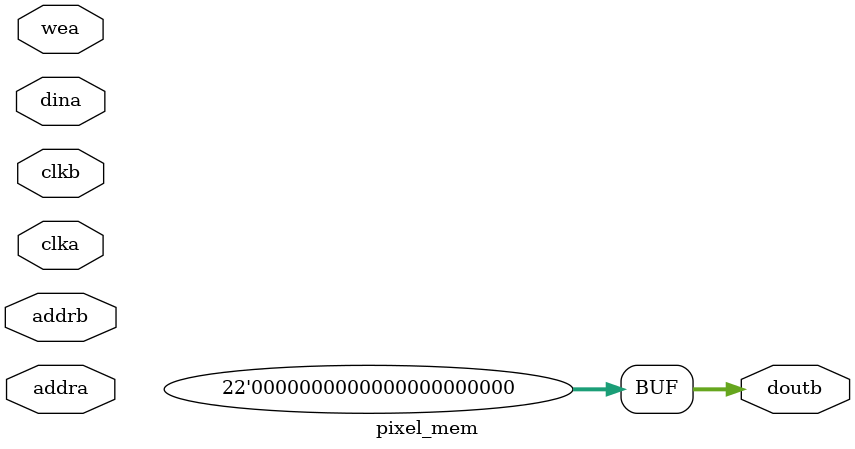
<source format=sv>
module data_frame_mem (
    input   logic           clka,
    input   logic [0 : 0]   wea,
    input   logic [6 : 0]   addra,
    input   logic [447 : 0] dina,
    input   logic           clkb,
    input   logic [6 : 0]   addrb,
    output  logic [447 : 0] doutb
    );

    assign doutb = 448'h0;

    // GENERATED USING BRAM GENERATOR 8.4

    // data_frame_mem your_instance_name (
    //   .clka(clka),    // input wire clka
    //   .wea(wea),      // input wire [0 : 0] wea
    //   .addra(addra),  // input wire [6 : 0] addra
    //   .dina(dina),    // input wire [447 : 0] dina
    //   .clkb(clkb),    // input wire clkb
    //   .addrb(addrb),  // input wire [6 : 0] addrb
    //   .doutb(doutb)   // output wire [447 : 0] doutb
    // );

endmodule

module pixel_mem (
    input   logic           clka,
    input   logic [0 : 0]   wea,
    input   logic [8 : 0]   addra,
    input   logic [21 : 0]  dina,
    input   logic           clkb,
    input   logic [8 : 0]   addrb,
    output  logic [21 : 0]  doutb
    );

    assign doutb = 21'h0;

    // GENERATED USING BRAM GENERATOR 8.4

    // data_frame_mem your_instance_name (
    //   .clka(clka),    // input wire clka
    //   .wea(wea),      // input wire [0 : 0] wea
    //   .addra(addra),  // input wire [8 : 0] addra
    //   .dina(dina),    // input wire [21 : 0] dina
    //   .clkb(clkb),    // input wire clkb
    //   .addrb(addrb),  // input wire [8 : 0] addrb
    //   .doutb(doutb)   // output wire [21 : 0] doutb

endmodule
</source>
